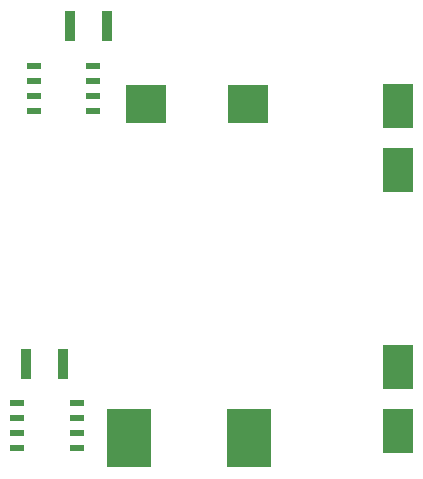
<source format=gtp>
G04*
G04 #@! TF.GenerationSoftware,Altium Limited,Altium Designer,20.0.13 (296)*
G04*
G04 Layer_Color=8421504*
%FSLAX44Y44*%
%MOMM*%
G71*
G01*
G75*
%ADD13R,2.5500X3.7500*%
%ADD14R,3.8500X5.0000*%
%ADD15R,0.9000X2.5000*%
%ADD16R,1.1940X0.5590*%
%ADD17R,3.4390X3.2540*%
D13*
X410000Y169000D02*
D03*
Y115000D02*
D03*
Y336000D02*
D03*
Y390000D02*
D03*
D14*
X283750Y109000D02*
D03*
X182250D02*
D03*
D15*
X163500Y458000D02*
D03*
X132500D02*
D03*
X95500Y172000D02*
D03*
X126500D02*
D03*
D16*
X138270Y100950D02*
D03*
Y113650D02*
D03*
Y126350D02*
D03*
Y139050D02*
D03*
X87730Y100950D02*
D03*
Y113650D02*
D03*
Y126350D02*
D03*
Y139050D02*
D03*
X152270Y385950D02*
D03*
Y398650D02*
D03*
Y411350D02*
D03*
Y424050D02*
D03*
X101730Y385950D02*
D03*
Y398650D02*
D03*
Y411350D02*
D03*
Y424050D02*
D03*
D17*
X196870Y392000D02*
D03*
X283130D02*
D03*
M02*

</source>
